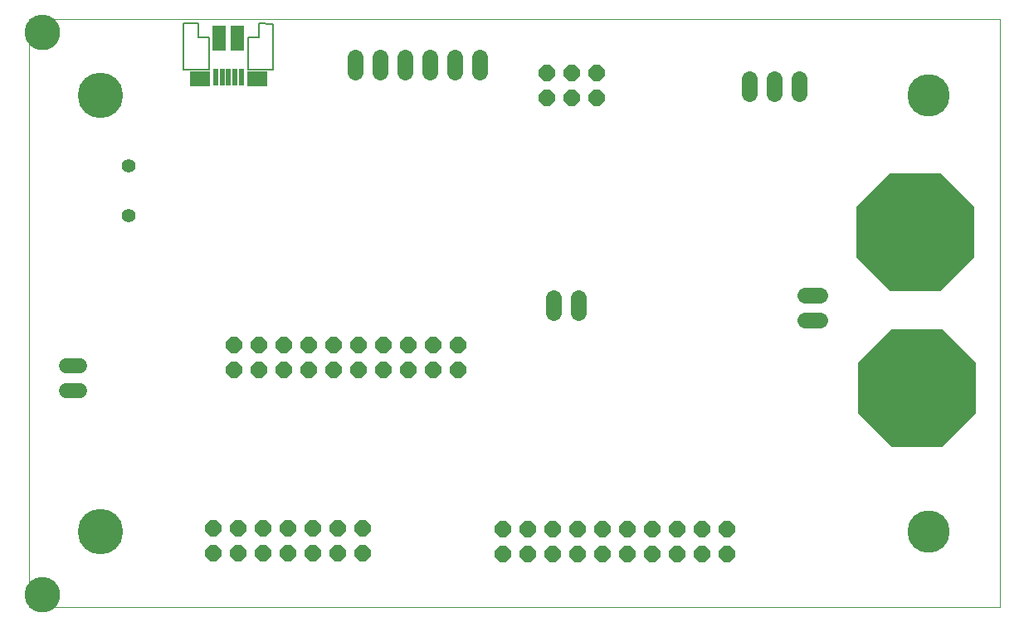
<source format=gbs>
G75*
%MOIN*%
%OFA0B0*%
%FSLAX25Y25*%
%IPPOS*%
%LPD*%
%AMOC8*
5,1,8,0,0,1.08239X$1,22.5*
%
%ADD10C,0.00000*%
%ADD11C,0.14180*%
%ADD12R,0.01975X0.07132*%
%ADD13R,0.08274X0.06148*%
%ADD14R,0.05813X0.10243*%
%ADD15C,0.00500*%
%ADD16C,0.06400*%
%ADD17OC8,0.06400*%
%ADD18OC8,0.47644*%
%ADD19C,0.06000*%
%ADD20C,0.05600*%
%ADD21C,0.18180*%
%ADD22C,0.16998*%
D10*
X0003500Y0003500D02*
X0003500Y0239720D01*
X0393264Y0239720D01*
X0393264Y0003500D01*
X0003500Y0003500D01*
X0001728Y0008618D02*
X0001730Y0008787D01*
X0001736Y0008956D01*
X0001747Y0009125D01*
X0001761Y0009293D01*
X0001780Y0009461D01*
X0001803Y0009629D01*
X0001829Y0009796D01*
X0001860Y0009962D01*
X0001895Y0010128D01*
X0001934Y0010292D01*
X0001978Y0010456D01*
X0002025Y0010618D01*
X0002076Y0010779D01*
X0002131Y0010939D01*
X0002190Y0011098D01*
X0002252Y0011255D01*
X0002319Y0011410D01*
X0002390Y0011564D01*
X0002464Y0011716D01*
X0002542Y0011866D01*
X0002623Y0012014D01*
X0002708Y0012160D01*
X0002797Y0012304D01*
X0002889Y0012446D01*
X0002985Y0012585D01*
X0003084Y0012722D01*
X0003186Y0012857D01*
X0003292Y0012989D01*
X0003401Y0013118D01*
X0003513Y0013245D01*
X0003628Y0013369D01*
X0003746Y0013490D01*
X0003867Y0013608D01*
X0003991Y0013723D01*
X0004118Y0013835D01*
X0004247Y0013944D01*
X0004379Y0014050D01*
X0004514Y0014152D01*
X0004651Y0014251D01*
X0004790Y0014347D01*
X0004932Y0014439D01*
X0005076Y0014528D01*
X0005222Y0014613D01*
X0005370Y0014694D01*
X0005520Y0014772D01*
X0005672Y0014846D01*
X0005826Y0014917D01*
X0005981Y0014984D01*
X0006138Y0015046D01*
X0006297Y0015105D01*
X0006457Y0015160D01*
X0006618Y0015211D01*
X0006780Y0015258D01*
X0006944Y0015302D01*
X0007108Y0015341D01*
X0007274Y0015376D01*
X0007440Y0015407D01*
X0007607Y0015433D01*
X0007775Y0015456D01*
X0007943Y0015475D01*
X0008111Y0015489D01*
X0008280Y0015500D01*
X0008449Y0015506D01*
X0008618Y0015508D01*
X0008787Y0015506D01*
X0008956Y0015500D01*
X0009125Y0015489D01*
X0009293Y0015475D01*
X0009461Y0015456D01*
X0009629Y0015433D01*
X0009796Y0015407D01*
X0009962Y0015376D01*
X0010128Y0015341D01*
X0010292Y0015302D01*
X0010456Y0015258D01*
X0010618Y0015211D01*
X0010779Y0015160D01*
X0010939Y0015105D01*
X0011098Y0015046D01*
X0011255Y0014984D01*
X0011410Y0014917D01*
X0011564Y0014846D01*
X0011716Y0014772D01*
X0011866Y0014694D01*
X0012014Y0014613D01*
X0012160Y0014528D01*
X0012304Y0014439D01*
X0012446Y0014347D01*
X0012585Y0014251D01*
X0012722Y0014152D01*
X0012857Y0014050D01*
X0012989Y0013944D01*
X0013118Y0013835D01*
X0013245Y0013723D01*
X0013369Y0013608D01*
X0013490Y0013490D01*
X0013608Y0013369D01*
X0013723Y0013245D01*
X0013835Y0013118D01*
X0013944Y0012989D01*
X0014050Y0012857D01*
X0014152Y0012722D01*
X0014251Y0012585D01*
X0014347Y0012446D01*
X0014439Y0012304D01*
X0014528Y0012160D01*
X0014613Y0012014D01*
X0014694Y0011866D01*
X0014772Y0011716D01*
X0014846Y0011564D01*
X0014917Y0011410D01*
X0014984Y0011255D01*
X0015046Y0011098D01*
X0015105Y0010939D01*
X0015160Y0010779D01*
X0015211Y0010618D01*
X0015258Y0010456D01*
X0015302Y0010292D01*
X0015341Y0010128D01*
X0015376Y0009962D01*
X0015407Y0009796D01*
X0015433Y0009629D01*
X0015456Y0009461D01*
X0015475Y0009293D01*
X0015489Y0009125D01*
X0015500Y0008956D01*
X0015506Y0008787D01*
X0015508Y0008618D01*
X0015506Y0008449D01*
X0015500Y0008280D01*
X0015489Y0008111D01*
X0015475Y0007943D01*
X0015456Y0007775D01*
X0015433Y0007607D01*
X0015407Y0007440D01*
X0015376Y0007274D01*
X0015341Y0007108D01*
X0015302Y0006944D01*
X0015258Y0006780D01*
X0015211Y0006618D01*
X0015160Y0006457D01*
X0015105Y0006297D01*
X0015046Y0006138D01*
X0014984Y0005981D01*
X0014917Y0005826D01*
X0014846Y0005672D01*
X0014772Y0005520D01*
X0014694Y0005370D01*
X0014613Y0005222D01*
X0014528Y0005076D01*
X0014439Y0004932D01*
X0014347Y0004790D01*
X0014251Y0004651D01*
X0014152Y0004514D01*
X0014050Y0004379D01*
X0013944Y0004247D01*
X0013835Y0004118D01*
X0013723Y0003991D01*
X0013608Y0003867D01*
X0013490Y0003746D01*
X0013369Y0003628D01*
X0013245Y0003513D01*
X0013118Y0003401D01*
X0012989Y0003292D01*
X0012857Y0003186D01*
X0012722Y0003084D01*
X0012585Y0002985D01*
X0012446Y0002889D01*
X0012304Y0002797D01*
X0012160Y0002708D01*
X0012014Y0002623D01*
X0011866Y0002542D01*
X0011716Y0002464D01*
X0011564Y0002390D01*
X0011410Y0002319D01*
X0011255Y0002252D01*
X0011098Y0002190D01*
X0010939Y0002131D01*
X0010779Y0002076D01*
X0010618Y0002025D01*
X0010456Y0001978D01*
X0010292Y0001934D01*
X0010128Y0001895D01*
X0009962Y0001860D01*
X0009796Y0001829D01*
X0009629Y0001803D01*
X0009461Y0001780D01*
X0009293Y0001761D01*
X0009125Y0001747D01*
X0008956Y0001736D01*
X0008787Y0001730D01*
X0008618Y0001728D01*
X0008449Y0001730D01*
X0008280Y0001736D01*
X0008111Y0001747D01*
X0007943Y0001761D01*
X0007775Y0001780D01*
X0007607Y0001803D01*
X0007440Y0001829D01*
X0007274Y0001860D01*
X0007108Y0001895D01*
X0006944Y0001934D01*
X0006780Y0001978D01*
X0006618Y0002025D01*
X0006457Y0002076D01*
X0006297Y0002131D01*
X0006138Y0002190D01*
X0005981Y0002252D01*
X0005826Y0002319D01*
X0005672Y0002390D01*
X0005520Y0002464D01*
X0005370Y0002542D01*
X0005222Y0002623D01*
X0005076Y0002708D01*
X0004932Y0002797D01*
X0004790Y0002889D01*
X0004651Y0002985D01*
X0004514Y0003084D01*
X0004379Y0003186D01*
X0004247Y0003292D01*
X0004118Y0003401D01*
X0003991Y0003513D01*
X0003867Y0003628D01*
X0003746Y0003746D01*
X0003628Y0003867D01*
X0003513Y0003991D01*
X0003401Y0004118D01*
X0003292Y0004247D01*
X0003186Y0004379D01*
X0003084Y0004514D01*
X0002985Y0004651D01*
X0002889Y0004790D01*
X0002797Y0004932D01*
X0002708Y0005076D01*
X0002623Y0005222D01*
X0002542Y0005370D01*
X0002464Y0005520D01*
X0002390Y0005672D01*
X0002319Y0005826D01*
X0002252Y0005981D01*
X0002190Y0006138D01*
X0002131Y0006297D01*
X0002076Y0006457D01*
X0002025Y0006618D01*
X0001978Y0006780D01*
X0001934Y0006944D01*
X0001895Y0007108D01*
X0001860Y0007274D01*
X0001829Y0007440D01*
X0001803Y0007607D01*
X0001780Y0007775D01*
X0001761Y0007943D01*
X0001747Y0008111D01*
X0001736Y0008280D01*
X0001730Y0008449D01*
X0001728Y0008618D01*
X0001728Y0234602D02*
X0001730Y0234771D01*
X0001736Y0234940D01*
X0001747Y0235109D01*
X0001761Y0235277D01*
X0001780Y0235445D01*
X0001803Y0235613D01*
X0001829Y0235780D01*
X0001860Y0235946D01*
X0001895Y0236112D01*
X0001934Y0236276D01*
X0001978Y0236440D01*
X0002025Y0236602D01*
X0002076Y0236763D01*
X0002131Y0236923D01*
X0002190Y0237082D01*
X0002252Y0237239D01*
X0002319Y0237394D01*
X0002390Y0237548D01*
X0002464Y0237700D01*
X0002542Y0237850D01*
X0002623Y0237998D01*
X0002708Y0238144D01*
X0002797Y0238288D01*
X0002889Y0238430D01*
X0002985Y0238569D01*
X0003084Y0238706D01*
X0003186Y0238841D01*
X0003292Y0238973D01*
X0003401Y0239102D01*
X0003513Y0239229D01*
X0003628Y0239353D01*
X0003746Y0239474D01*
X0003867Y0239592D01*
X0003991Y0239707D01*
X0004118Y0239819D01*
X0004247Y0239928D01*
X0004379Y0240034D01*
X0004514Y0240136D01*
X0004651Y0240235D01*
X0004790Y0240331D01*
X0004932Y0240423D01*
X0005076Y0240512D01*
X0005222Y0240597D01*
X0005370Y0240678D01*
X0005520Y0240756D01*
X0005672Y0240830D01*
X0005826Y0240901D01*
X0005981Y0240968D01*
X0006138Y0241030D01*
X0006297Y0241089D01*
X0006457Y0241144D01*
X0006618Y0241195D01*
X0006780Y0241242D01*
X0006944Y0241286D01*
X0007108Y0241325D01*
X0007274Y0241360D01*
X0007440Y0241391D01*
X0007607Y0241417D01*
X0007775Y0241440D01*
X0007943Y0241459D01*
X0008111Y0241473D01*
X0008280Y0241484D01*
X0008449Y0241490D01*
X0008618Y0241492D01*
X0008787Y0241490D01*
X0008956Y0241484D01*
X0009125Y0241473D01*
X0009293Y0241459D01*
X0009461Y0241440D01*
X0009629Y0241417D01*
X0009796Y0241391D01*
X0009962Y0241360D01*
X0010128Y0241325D01*
X0010292Y0241286D01*
X0010456Y0241242D01*
X0010618Y0241195D01*
X0010779Y0241144D01*
X0010939Y0241089D01*
X0011098Y0241030D01*
X0011255Y0240968D01*
X0011410Y0240901D01*
X0011564Y0240830D01*
X0011716Y0240756D01*
X0011866Y0240678D01*
X0012014Y0240597D01*
X0012160Y0240512D01*
X0012304Y0240423D01*
X0012446Y0240331D01*
X0012585Y0240235D01*
X0012722Y0240136D01*
X0012857Y0240034D01*
X0012989Y0239928D01*
X0013118Y0239819D01*
X0013245Y0239707D01*
X0013369Y0239592D01*
X0013490Y0239474D01*
X0013608Y0239353D01*
X0013723Y0239229D01*
X0013835Y0239102D01*
X0013944Y0238973D01*
X0014050Y0238841D01*
X0014152Y0238706D01*
X0014251Y0238569D01*
X0014347Y0238430D01*
X0014439Y0238288D01*
X0014528Y0238144D01*
X0014613Y0237998D01*
X0014694Y0237850D01*
X0014772Y0237700D01*
X0014846Y0237548D01*
X0014917Y0237394D01*
X0014984Y0237239D01*
X0015046Y0237082D01*
X0015105Y0236923D01*
X0015160Y0236763D01*
X0015211Y0236602D01*
X0015258Y0236440D01*
X0015302Y0236276D01*
X0015341Y0236112D01*
X0015376Y0235946D01*
X0015407Y0235780D01*
X0015433Y0235613D01*
X0015456Y0235445D01*
X0015475Y0235277D01*
X0015489Y0235109D01*
X0015500Y0234940D01*
X0015506Y0234771D01*
X0015508Y0234602D01*
X0015506Y0234433D01*
X0015500Y0234264D01*
X0015489Y0234095D01*
X0015475Y0233927D01*
X0015456Y0233759D01*
X0015433Y0233591D01*
X0015407Y0233424D01*
X0015376Y0233258D01*
X0015341Y0233092D01*
X0015302Y0232928D01*
X0015258Y0232764D01*
X0015211Y0232602D01*
X0015160Y0232441D01*
X0015105Y0232281D01*
X0015046Y0232122D01*
X0014984Y0231965D01*
X0014917Y0231810D01*
X0014846Y0231656D01*
X0014772Y0231504D01*
X0014694Y0231354D01*
X0014613Y0231206D01*
X0014528Y0231060D01*
X0014439Y0230916D01*
X0014347Y0230774D01*
X0014251Y0230635D01*
X0014152Y0230498D01*
X0014050Y0230363D01*
X0013944Y0230231D01*
X0013835Y0230102D01*
X0013723Y0229975D01*
X0013608Y0229851D01*
X0013490Y0229730D01*
X0013369Y0229612D01*
X0013245Y0229497D01*
X0013118Y0229385D01*
X0012989Y0229276D01*
X0012857Y0229170D01*
X0012722Y0229068D01*
X0012585Y0228969D01*
X0012446Y0228873D01*
X0012304Y0228781D01*
X0012160Y0228692D01*
X0012014Y0228607D01*
X0011866Y0228526D01*
X0011716Y0228448D01*
X0011564Y0228374D01*
X0011410Y0228303D01*
X0011255Y0228236D01*
X0011098Y0228174D01*
X0010939Y0228115D01*
X0010779Y0228060D01*
X0010618Y0228009D01*
X0010456Y0227962D01*
X0010292Y0227918D01*
X0010128Y0227879D01*
X0009962Y0227844D01*
X0009796Y0227813D01*
X0009629Y0227787D01*
X0009461Y0227764D01*
X0009293Y0227745D01*
X0009125Y0227731D01*
X0008956Y0227720D01*
X0008787Y0227714D01*
X0008618Y0227712D01*
X0008449Y0227714D01*
X0008280Y0227720D01*
X0008111Y0227731D01*
X0007943Y0227745D01*
X0007775Y0227764D01*
X0007607Y0227787D01*
X0007440Y0227813D01*
X0007274Y0227844D01*
X0007108Y0227879D01*
X0006944Y0227918D01*
X0006780Y0227962D01*
X0006618Y0228009D01*
X0006457Y0228060D01*
X0006297Y0228115D01*
X0006138Y0228174D01*
X0005981Y0228236D01*
X0005826Y0228303D01*
X0005672Y0228374D01*
X0005520Y0228448D01*
X0005370Y0228526D01*
X0005222Y0228607D01*
X0005076Y0228692D01*
X0004932Y0228781D01*
X0004790Y0228873D01*
X0004651Y0228969D01*
X0004514Y0229068D01*
X0004379Y0229170D01*
X0004247Y0229276D01*
X0004118Y0229385D01*
X0003991Y0229497D01*
X0003867Y0229612D01*
X0003746Y0229730D01*
X0003628Y0229851D01*
X0003513Y0229975D01*
X0003401Y0230102D01*
X0003292Y0230231D01*
X0003186Y0230363D01*
X0003084Y0230498D01*
X0002985Y0230635D01*
X0002889Y0230774D01*
X0002797Y0230916D01*
X0002708Y0231060D01*
X0002623Y0231206D01*
X0002542Y0231354D01*
X0002464Y0231504D01*
X0002390Y0231656D01*
X0002319Y0231810D01*
X0002252Y0231965D01*
X0002190Y0232122D01*
X0002131Y0232281D01*
X0002076Y0232441D01*
X0002025Y0232602D01*
X0001978Y0232764D01*
X0001934Y0232928D01*
X0001895Y0233092D01*
X0001860Y0233258D01*
X0001829Y0233424D01*
X0001803Y0233591D01*
X0001780Y0233759D01*
X0001761Y0233927D01*
X0001747Y0234095D01*
X0001736Y0234264D01*
X0001730Y0234433D01*
X0001728Y0234602D01*
D11*
X0008618Y0234602D03*
X0008618Y0008618D03*
D12*
X0078408Y0216430D03*
X0080967Y0216430D03*
X0083526Y0216430D03*
X0086085Y0216430D03*
X0088644Y0216430D03*
D13*
X0094943Y0215919D03*
X0072109Y0215919D03*
D14*
X0079835Y0232297D03*
X0087217Y0232297D03*
D15*
X0091331Y0232611D02*
X0091331Y0219541D01*
X0101469Y0219541D01*
X0101469Y0229737D01*
X0101462Y0229701D01*
X0101462Y0238008D01*
X0095622Y0238045D01*
X0095622Y0232611D01*
X0091331Y0232611D01*
X0075652Y0232611D02*
X0075652Y0219541D01*
X0065514Y0219541D01*
X0065514Y0229737D01*
X0065506Y0229737D01*
X0065506Y0238045D01*
X0071361Y0238045D01*
X0071361Y0232611D01*
X0075652Y0232611D01*
D16*
X0134305Y0224562D02*
X0134305Y0218562D01*
X0144305Y0218562D02*
X0144305Y0224562D01*
X0154305Y0224562D02*
X0154305Y0218562D01*
X0164305Y0218562D02*
X0164305Y0224562D01*
X0174305Y0224562D02*
X0174305Y0218562D01*
X0184305Y0218562D02*
X0184305Y0224562D01*
X0292741Y0215981D02*
X0292741Y0209981D01*
X0302741Y0209981D02*
X0302741Y0215981D01*
X0312741Y0215981D02*
X0312741Y0209981D01*
X0314923Y0128709D02*
X0320923Y0128709D01*
X0320923Y0118709D02*
X0314923Y0118709D01*
X0224185Y0122018D02*
X0224185Y0128018D01*
X0214185Y0128018D02*
X0214185Y0122018D01*
D17*
X0175853Y0108728D03*
X0165853Y0108728D03*
X0155853Y0108728D03*
X0145853Y0108728D03*
X0135853Y0108728D03*
X0125853Y0108728D03*
X0115853Y0108728D03*
X0105853Y0108728D03*
X0095853Y0108728D03*
X0085853Y0108728D03*
X0085853Y0098728D03*
X0095853Y0098728D03*
X0105853Y0098728D03*
X0115853Y0098728D03*
X0125853Y0098728D03*
X0135853Y0098728D03*
X0145853Y0098728D03*
X0155853Y0098728D03*
X0165853Y0098728D03*
X0175853Y0098728D03*
X0193856Y0035020D03*
X0203856Y0035020D03*
X0213856Y0035020D03*
X0223856Y0035020D03*
X0233856Y0035020D03*
X0243856Y0035020D03*
X0253856Y0035020D03*
X0263856Y0035020D03*
X0273856Y0035020D03*
X0283856Y0035020D03*
X0283856Y0025020D03*
X0273856Y0025020D03*
X0263856Y0025020D03*
X0253856Y0025020D03*
X0243856Y0025020D03*
X0233856Y0025020D03*
X0223856Y0025020D03*
X0213856Y0025020D03*
X0203856Y0025020D03*
X0193856Y0025020D03*
X0137551Y0025335D03*
X0127551Y0025335D03*
X0117551Y0025335D03*
X0107551Y0025335D03*
X0097551Y0025335D03*
X0087551Y0025335D03*
X0077551Y0025335D03*
X0077551Y0035335D03*
X0087551Y0035335D03*
X0097551Y0035335D03*
X0107551Y0035335D03*
X0117551Y0035335D03*
X0127551Y0035335D03*
X0137551Y0035335D03*
X0211330Y0208087D03*
X0221330Y0208087D03*
X0221330Y0218087D03*
X0211330Y0218087D03*
X0231330Y0218087D03*
X0231330Y0208087D03*
D18*
X0359438Y0154056D03*
X0359969Y0091470D03*
D19*
X0023894Y0090513D02*
X0018294Y0090513D01*
X0018294Y0100513D02*
X0023894Y0100513D01*
D20*
X0043258Y0160720D03*
X0043258Y0180720D03*
D21*
X0032043Y0209209D03*
X0032043Y0034012D03*
D22*
X0364720Y0034012D03*
X0364720Y0209209D03*
M02*

</source>
